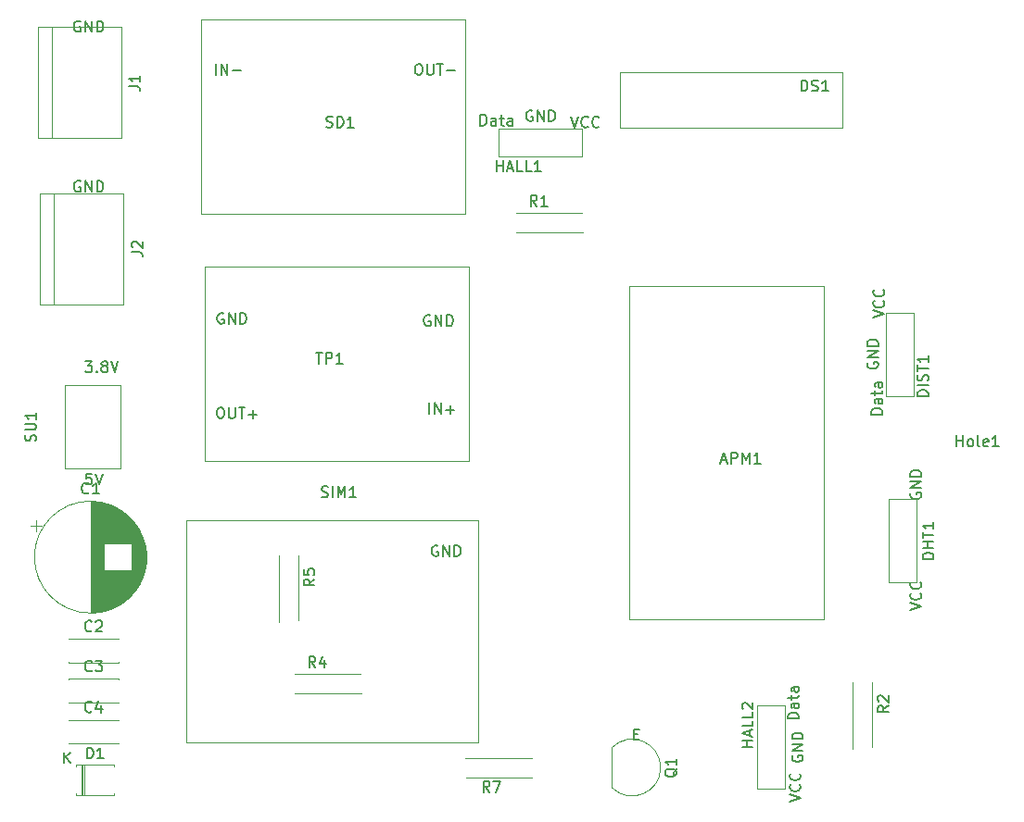
<source format=gbr>
G04 #@! TF.GenerationSoftware,KiCad,Pcbnew,(5.1.4)-1*
G04 #@! TF.CreationDate,2020-04-02T17:49:22-05:00*
G04 #@! TF.ProjectId,DoubLayerSim,446f7562-4c61-4796-9572-53696d2e6b69,rev?*
G04 #@! TF.SameCoordinates,Original*
G04 #@! TF.FileFunction,Legend,Top*
G04 #@! TF.FilePolarity,Positive*
%FSLAX46Y46*%
G04 Gerber Fmt 4.6, Leading zero omitted, Abs format (unit mm)*
G04 Created by KiCad (PCBNEW (5.1.4)-1) date 2020-04-02 17:49:22*
%MOMM*%
%LPD*%
G04 APERTURE LIST*
%ADD10C,0.150000*%
%ADD11C,0.120000*%
G04 APERTURE END LIST*
D10*
X186320180Y-118554333D02*
X187320180Y-118221000D01*
X186320180Y-117887666D01*
X187224942Y-116982904D02*
X187272561Y-117030523D01*
X187320180Y-117173380D01*
X187320180Y-117268619D01*
X187272561Y-117411476D01*
X187177323Y-117506714D01*
X187082085Y-117554333D01*
X186891609Y-117601952D01*
X186748752Y-117601952D01*
X186558276Y-117554333D01*
X186463038Y-117506714D01*
X186367800Y-117411476D01*
X186320180Y-117268619D01*
X186320180Y-117173380D01*
X186367800Y-117030523D01*
X186415419Y-116982904D01*
X187224942Y-115982904D02*
X187272561Y-116030523D01*
X187320180Y-116173380D01*
X187320180Y-116268619D01*
X187272561Y-116411476D01*
X187177323Y-116506714D01*
X187082085Y-116554333D01*
X186891609Y-116601952D01*
X186748752Y-116601952D01*
X186558276Y-116554333D01*
X186463038Y-116506714D01*
X186367800Y-116411476D01*
X186320180Y-116268619D01*
X186320180Y-116173380D01*
X186367800Y-116030523D01*
X186415419Y-115982904D01*
X193965580Y-74307533D02*
X194965580Y-73974200D01*
X193965580Y-73640866D01*
X194870342Y-72736104D02*
X194917961Y-72783723D01*
X194965580Y-72926580D01*
X194965580Y-73021819D01*
X194917961Y-73164676D01*
X194822723Y-73259914D01*
X194727485Y-73307533D01*
X194537009Y-73355152D01*
X194394152Y-73355152D01*
X194203676Y-73307533D01*
X194108438Y-73259914D01*
X194013200Y-73164676D01*
X193965580Y-73021819D01*
X193965580Y-72926580D01*
X194013200Y-72783723D01*
X194060819Y-72736104D01*
X194870342Y-71736104D02*
X194917961Y-71783723D01*
X194965580Y-71926580D01*
X194965580Y-72021819D01*
X194917961Y-72164676D01*
X194822723Y-72259914D01*
X194727485Y-72307533D01*
X194537009Y-72355152D01*
X194394152Y-72355152D01*
X194203676Y-72307533D01*
X194108438Y-72259914D01*
X194013200Y-72164676D01*
X193965580Y-72021819D01*
X193965580Y-71926580D01*
X194013200Y-71783723D01*
X194060819Y-71736104D01*
X166332066Y-55891180D02*
X166665400Y-56891180D01*
X166998733Y-55891180D01*
X167903495Y-56795942D02*
X167855876Y-56843561D01*
X167713019Y-56891180D01*
X167617780Y-56891180D01*
X167474923Y-56843561D01*
X167379685Y-56748323D01*
X167332066Y-56653085D01*
X167284447Y-56462609D01*
X167284447Y-56319752D01*
X167332066Y-56129276D01*
X167379685Y-56034038D01*
X167474923Y-55938800D01*
X167617780Y-55891180D01*
X167713019Y-55891180D01*
X167855876Y-55938800D01*
X167903495Y-55986419D01*
X168903495Y-56795942D02*
X168855876Y-56843561D01*
X168713019Y-56891180D01*
X168617780Y-56891180D01*
X168474923Y-56843561D01*
X168379685Y-56748323D01*
X168332066Y-56653085D01*
X168284447Y-56462609D01*
X168284447Y-56319752D01*
X168332066Y-56129276D01*
X168379685Y-56034038D01*
X168474923Y-55938800D01*
X168617780Y-55891180D01*
X168713019Y-55891180D01*
X168855876Y-55938800D01*
X168903495Y-55986419D01*
X172124714Y-112399771D02*
X172458047Y-112399771D01*
X172600904Y-112923580D02*
X172124714Y-112923580D01*
X172124714Y-111923580D01*
X172600904Y-111923580D01*
X153390742Y-83103980D02*
X153390742Y-82103980D01*
X153866933Y-83103980D02*
X153866933Y-82103980D01*
X154438361Y-83103980D01*
X154438361Y-82103980D01*
X154914552Y-82723028D02*
X155676457Y-82723028D01*
X155295504Y-83103980D02*
X155295504Y-82342076D01*
X134220152Y-82510380D02*
X134410628Y-82510380D01*
X134505866Y-82558000D01*
X134601104Y-82653238D01*
X134648723Y-82843714D01*
X134648723Y-83177047D01*
X134601104Y-83367523D01*
X134505866Y-83462761D01*
X134410628Y-83510380D01*
X134220152Y-83510380D01*
X134124914Y-83462761D01*
X134029676Y-83367523D01*
X133982057Y-83177047D01*
X133982057Y-82843714D01*
X134029676Y-82653238D01*
X134124914Y-82558000D01*
X134220152Y-82510380D01*
X135077295Y-82510380D02*
X135077295Y-83319904D01*
X135124914Y-83415142D01*
X135172533Y-83462761D01*
X135267771Y-83510380D01*
X135458247Y-83510380D01*
X135553485Y-83462761D01*
X135601104Y-83415142D01*
X135648723Y-83319904D01*
X135648723Y-82510380D01*
X135982057Y-82510380D02*
X136553485Y-82510380D01*
X136267771Y-83510380D02*
X136267771Y-82510380D01*
X136886819Y-83129428D02*
X137648723Y-83129428D01*
X137267771Y-83510380D02*
X137267771Y-82748476D01*
X154178095Y-95156400D02*
X154082857Y-95108780D01*
X153940000Y-95108780D01*
X153797142Y-95156400D01*
X153701904Y-95251638D01*
X153654285Y-95346876D01*
X153606666Y-95537352D01*
X153606666Y-95680209D01*
X153654285Y-95870685D01*
X153701904Y-95965923D01*
X153797142Y-96061161D01*
X153940000Y-96108780D01*
X154035238Y-96108780D01*
X154178095Y-96061161D01*
X154225714Y-96013542D01*
X154225714Y-95680209D01*
X154035238Y-95680209D01*
X154654285Y-96108780D02*
X154654285Y-95108780D01*
X155225714Y-96108780D01*
X155225714Y-95108780D01*
X155701904Y-96108780D02*
X155701904Y-95108780D01*
X155940000Y-95108780D01*
X156082857Y-95156400D01*
X156178095Y-95251638D01*
X156225714Y-95346876D01*
X156273333Y-95537352D01*
X156273333Y-95680209D01*
X156225714Y-95870685D01*
X156178095Y-95965923D01*
X156082857Y-96061161D01*
X155940000Y-96108780D01*
X155701904Y-96108780D01*
X121967809Y-78281780D02*
X122586857Y-78281780D01*
X122253523Y-78662733D01*
X122396380Y-78662733D01*
X122491619Y-78710352D01*
X122539238Y-78757971D01*
X122586857Y-78853209D01*
X122586857Y-79091304D01*
X122539238Y-79186542D01*
X122491619Y-79234161D01*
X122396380Y-79281780D01*
X122110666Y-79281780D01*
X122015428Y-79234161D01*
X121967809Y-79186542D01*
X123015428Y-79186542D02*
X123063047Y-79234161D01*
X123015428Y-79281780D01*
X122967809Y-79234161D01*
X123015428Y-79186542D01*
X123015428Y-79281780D01*
X123634476Y-78710352D02*
X123539238Y-78662733D01*
X123491619Y-78615114D01*
X123444000Y-78519876D01*
X123444000Y-78472257D01*
X123491619Y-78377019D01*
X123539238Y-78329400D01*
X123634476Y-78281780D01*
X123824952Y-78281780D01*
X123920190Y-78329400D01*
X123967809Y-78377019D01*
X124015428Y-78472257D01*
X124015428Y-78519876D01*
X123967809Y-78615114D01*
X123920190Y-78662733D01*
X123824952Y-78710352D01*
X123634476Y-78710352D01*
X123539238Y-78757971D01*
X123491619Y-78805590D01*
X123444000Y-78900828D01*
X123444000Y-79091304D01*
X123491619Y-79186542D01*
X123539238Y-79234161D01*
X123634476Y-79281780D01*
X123824952Y-79281780D01*
X123920190Y-79234161D01*
X123967809Y-79186542D01*
X124015428Y-79091304D01*
X124015428Y-78900828D01*
X123967809Y-78805590D01*
X123920190Y-78757971D01*
X123824952Y-78710352D01*
X124301142Y-78281780D02*
X124634476Y-79281780D01*
X124967809Y-78281780D01*
X122542323Y-88555580D02*
X122066133Y-88555580D01*
X122018514Y-89031771D01*
X122066133Y-88984152D01*
X122161371Y-88936533D01*
X122399466Y-88936533D01*
X122494704Y-88984152D01*
X122542323Y-89031771D01*
X122589942Y-89127009D01*
X122589942Y-89365104D01*
X122542323Y-89460342D01*
X122494704Y-89507961D01*
X122399466Y-89555580D01*
X122161371Y-89555580D01*
X122066133Y-89507961D01*
X122018514Y-89460342D01*
X122875657Y-88555580D02*
X123208990Y-89555580D01*
X123542323Y-88555580D01*
X153466895Y-74099800D02*
X153371657Y-74052180D01*
X153228800Y-74052180D01*
X153085942Y-74099800D01*
X152990704Y-74195038D01*
X152943085Y-74290276D01*
X152895466Y-74480752D01*
X152895466Y-74623609D01*
X152943085Y-74814085D01*
X152990704Y-74909323D01*
X153085942Y-75004561D01*
X153228800Y-75052180D01*
X153324038Y-75052180D01*
X153466895Y-75004561D01*
X153514514Y-74956942D01*
X153514514Y-74623609D01*
X153324038Y-74623609D01*
X153943085Y-75052180D02*
X153943085Y-74052180D01*
X154514514Y-75052180D01*
X154514514Y-74052180D01*
X154990704Y-75052180D02*
X154990704Y-74052180D01*
X155228800Y-74052180D01*
X155371657Y-74099800D01*
X155466895Y-74195038D01*
X155514514Y-74290276D01*
X155562133Y-74480752D01*
X155562133Y-74623609D01*
X155514514Y-74814085D01*
X155466895Y-74909323D01*
X155371657Y-75004561D01*
X155228800Y-75052180D01*
X154990704Y-75052180D01*
X134594695Y-73922000D02*
X134499457Y-73874380D01*
X134356600Y-73874380D01*
X134213742Y-73922000D01*
X134118504Y-74017238D01*
X134070885Y-74112476D01*
X134023266Y-74302952D01*
X134023266Y-74445809D01*
X134070885Y-74636285D01*
X134118504Y-74731523D01*
X134213742Y-74826761D01*
X134356600Y-74874380D01*
X134451838Y-74874380D01*
X134594695Y-74826761D01*
X134642314Y-74779142D01*
X134642314Y-74445809D01*
X134451838Y-74445809D01*
X135070885Y-74874380D02*
X135070885Y-73874380D01*
X135642314Y-74874380D01*
X135642314Y-73874380D01*
X136118504Y-74874380D02*
X136118504Y-73874380D01*
X136356600Y-73874380D01*
X136499457Y-73922000D01*
X136594695Y-74017238D01*
X136642314Y-74112476D01*
X136689933Y-74302952D01*
X136689933Y-74445809D01*
X136642314Y-74636285D01*
X136594695Y-74731523D01*
X136499457Y-74826761D01*
X136356600Y-74874380D01*
X136118504Y-74874380D01*
X152330352Y-51090580D02*
X152520828Y-51090580D01*
X152616066Y-51138200D01*
X152711304Y-51233438D01*
X152758923Y-51423914D01*
X152758923Y-51757247D01*
X152711304Y-51947723D01*
X152616066Y-52042961D01*
X152520828Y-52090580D01*
X152330352Y-52090580D01*
X152235114Y-52042961D01*
X152139876Y-51947723D01*
X152092257Y-51757247D01*
X152092257Y-51423914D01*
X152139876Y-51233438D01*
X152235114Y-51138200D01*
X152330352Y-51090580D01*
X153187495Y-51090580D02*
X153187495Y-51900104D01*
X153235114Y-51995342D01*
X153282733Y-52042961D01*
X153377971Y-52090580D01*
X153568447Y-52090580D01*
X153663685Y-52042961D01*
X153711304Y-51995342D01*
X153758923Y-51900104D01*
X153758923Y-51090580D01*
X154092257Y-51090580D02*
X154663685Y-51090580D01*
X154377971Y-52090580D02*
X154377971Y-51090580D01*
X154997019Y-51709628D02*
X155758923Y-51709628D01*
X133908942Y-52090580D02*
X133908942Y-51090580D01*
X134385133Y-52090580D02*
X134385133Y-51090580D01*
X134956561Y-52090580D01*
X134956561Y-51090580D01*
X135432752Y-51709628D02*
X136194657Y-51709628D01*
X121513695Y-47201200D02*
X121418457Y-47153580D01*
X121275600Y-47153580D01*
X121132742Y-47201200D01*
X121037504Y-47296438D01*
X120989885Y-47391676D01*
X120942266Y-47582152D01*
X120942266Y-47725009D01*
X120989885Y-47915485D01*
X121037504Y-48010723D01*
X121132742Y-48105961D01*
X121275600Y-48153580D01*
X121370838Y-48153580D01*
X121513695Y-48105961D01*
X121561314Y-48058342D01*
X121561314Y-47725009D01*
X121370838Y-47725009D01*
X121989885Y-48153580D02*
X121989885Y-47153580D01*
X122561314Y-48153580D01*
X122561314Y-47153580D01*
X123037504Y-48153580D02*
X123037504Y-47153580D01*
X123275600Y-47153580D01*
X123418457Y-47201200D01*
X123513695Y-47296438D01*
X123561314Y-47391676D01*
X123608933Y-47582152D01*
X123608933Y-47725009D01*
X123561314Y-47915485D01*
X123513695Y-48010723D01*
X123418457Y-48105961D01*
X123275600Y-48153580D01*
X123037504Y-48153580D01*
X121513695Y-61831600D02*
X121418457Y-61783980D01*
X121275600Y-61783980D01*
X121132742Y-61831600D01*
X121037504Y-61926838D01*
X120989885Y-62022076D01*
X120942266Y-62212552D01*
X120942266Y-62355409D01*
X120989885Y-62545885D01*
X121037504Y-62641123D01*
X121132742Y-62736361D01*
X121275600Y-62783980D01*
X121370838Y-62783980D01*
X121513695Y-62736361D01*
X121561314Y-62688742D01*
X121561314Y-62355409D01*
X121370838Y-62355409D01*
X121989885Y-62783980D02*
X121989885Y-61783980D01*
X122561314Y-62783980D01*
X122561314Y-61783980D01*
X123037504Y-62783980D02*
X123037504Y-61783980D01*
X123275600Y-61783980D01*
X123418457Y-61831600D01*
X123513695Y-61926838D01*
X123561314Y-62022076D01*
X123608933Y-62212552D01*
X123608933Y-62355409D01*
X123561314Y-62545885D01*
X123513695Y-62641123D01*
X123418457Y-62736361D01*
X123275600Y-62783980D01*
X123037504Y-62783980D01*
D11*
X170082600Y-113643000D02*
X170082600Y-117243000D01*
X170094122Y-113604522D02*
G75*
G02X174532600Y-115443000I1838478J-1838478D01*
G01*
X170094122Y-117281478D02*
G75*
G03X174532600Y-115443000I1838478J1838478D01*
G01*
X161366200Y-66446400D02*
X167462200Y-66446400D01*
X161366200Y-64668400D02*
X167335200Y-64668400D01*
X139649200Y-96012000D02*
X139649200Y-102108000D01*
X141427200Y-96012000D02*
X141427200Y-101981000D01*
X141122400Y-108635800D02*
X147218400Y-108635800D01*
X141122400Y-106857800D02*
X147091400Y-106857800D01*
X192100200Y-107594400D02*
X192100200Y-113690400D01*
X193878200Y-107594400D02*
X193878200Y-113563400D01*
X171704000Y-101904800D02*
X171704000Y-71424800D01*
X189484000Y-101904800D02*
X171704000Y-101904800D01*
X189484000Y-71424800D02*
X189484000Y-101904800D01*
X171704000Y-71424800D02*
X189484000Y-71424800D01*
X197891400Y-98450400D02*
X195351400Y-98450400D01*
X197891400Y-90830400D02*
X197891400Y-98450400D01*
X195351400Y-90830400D02*
X197891400Y-90830400D01*
X195351400Y-98450400D02*
X195351400Y-90830400D01*
X197637400Y-73812400D02*
X197637400Y-81432400D01*
X195097400Y-81432400D02*
X195097400Y-73812400D01*
X197637400Y-81432400D02*
X195097400Y-81432400D01*
X195097400Y-73812400D02*
X197637400Y-73812400D01*
X170815000Y-56921400D02*
X170815000Y-51841400D01*
X191135000Y-56921400D02*
X170815000Y-56921400D01*
X191135000Y-51841400D02*
X191135000Y-56921400D01*
X170815000Y-51841400D02*
X191135000Y-51841400D01*
X167386000Y-57023000D02*
X167386000Y-59563000D01*
X159766000Y-59563000D02*
X159766000Y-57023000D01*
X159766000Y-57023000D02*
X167386000Y-57023000D01*
X167386000Y-59563000D02*
X159766000Y-59563000D01*
X183388000Y-117398800D02*
X183388000Y-109778800D01*
X185928000Y-109778800D02*
X185928000Y-117398800D01*
X183388000Y-109778800D02*
X185928000Y-109778800D01*
X185928000Y-117398800D02*
X183388000Y-117398800D01*
X118897400Y-57886600D02*
X118897400Y-47726600D01*
X117627400Y-57886600D02*
X125247400Y-57886600D01*
X125247400Y-57886600D02*
X125247400Y-47726600D01*
X125247400Y-47726600D02*
X117627400Y-47726600D01*
X117627400Y-47726600D02*
X117627400Y-57886600D01*
X117856000Y-62890400D02*
X117856000Y-73050400D01*
X125476000Y-62890400D02*
X117856000Y-62890400D01*
X125476000Y-73050400D02*
X125476000Y-62890400D01*
X117856000Y-73050400D02*
X125476000Y-73050400D01*
X119126000Y-73050400D02*
X119126000Y-62890400D01*
X132537200Y-47040800D02*
X156667200Y-47040800D01*
X156667200Y-47040800D02*
X156667200Y-64820800D01*
X156667200Y-64820800D02*
X132537200Y-64820800D01*
X132537200Y-64820800D02*
X132537200Y-47040800D01*
X157835600Y-92811600D02*
X157835600Y-113131600D01*
X131165600Y-92811600D02*
X157835600Y-92811600D01*
X131165600Y-113131600D02*
X131165600Y-92811600D01*
X157835600Y-113131600D02*
X131165600Y-113131600D01*
X120065800Y-80467200D02*
X125145800Y-80467200D01*
X120065800Y-88087200D02*
X120065800Y-80467200D01*
X125145800Y-88087200D02*
X120065800Y-88087200D01*
X125145800Y-80467200D02*
X125145800Y-88087200D01*
X156997400Y-69646800D02*
X156997400Y-87426800D01*
X132867400Y-69646800D02*
X156997400Y-69646800D01*
X132867400Y-87426800D02*
X132867400Y-69646800D01*
X156997400Y-87426800D02*
X132867400Y-87426800D01*
X127558800Y-96189800D02*
G75*
G03X127558800Y-96189800I-5120000J0D01*
G01*
X122438800Y-91109800D02*
X122438800Y-101269800D01*
X122478800Y-91109800D02*
X122478800Y-101269800D01*
X122518800Y-91109800D02*
X122518800Y-101269800D01*
X122558800Y-91110800D02*
X122558800Y-101268800D01*
X122598800Y-91111800D02*
X122598800Y-101267800D01*
X122638800Y-91112800D02*
X122638800Y-101266800D01*
X122678800Y-91114800D02*
X122678800Y-101264800D01*
X122718800Y-91116800D02*
X122718800Y-101262800D01*
X122758800Y-91119800D02*
X122758800Y-101259800D01*
X122798800Y-91121800D02*
X122798800Y-101257800D01*
X122838800Y-91124800D02*
X122838800Y-101254800D01*
X122878800Y-91127800D02*
X122878800Y-101251800D01*
X122918800Y-91131800D02*
X122918800Y-101247800D01*
X122958800Y-91135800D02*
X122958800Y-101243800D01*
X122998800Y-91139800D02*
X122998800Y-101239800D01*
X123038800Y-91144800D02*
X123038800Y-101234800D01*
X123078800Y-91149800D02*
X123078800Y-101229800D01*
X123118800Y-91154800D02*
X123118800Y-101224800D01*
X123159800Y-91159800D02*
X123159800Y-101219800D01*
X123199800Y-91165800D02*
X123199800Y-101213800D01*
X123239800Y-91171800D02*
X123239800Y-101207800D01*
X123279800Y-91178800D02*
X123279800Y-101200800D01*
X123319800Y-91185800D02*
X123319800Y-101193800D01*
X123359800Y-91192800D02*
X123359800Y-101186800D01*
X123399800Y-91199800D02*
X123399800Y-101179800D01*
X123439800Y-91207800D02*
X123439800Y-101171800D01*
X123479800Y-91215800D02*
X123479800Y-101163800D01*
X123519800Y-91224800D02*
X123519800Y-101154800D01*
X123559800Y-91233800D02*
X123559800Y-101145800D01*
X123599800Y-91242800D02*
X123599800Y-101136800D01*
X123639800Y-91251800D02*
X123639800Y-101127800D01*
X123679800Y-91261800D02*
X123679800Y-101117800D01*
X123719800Y-91271800D02*
X123719800Y-94948800D01*
X123719800Y-97430800D02*
X123719800Y-101107800D01*
X123759800Y-91282800D02*
X123759800Y-94948800D01*
X123759800Y-97430800D02*
X123759800Y-101096800D01*
X123799800Y-91292800D02*
X123799800Y-94948800D01*
X123799800Y-97430800D02*
X123799800Y-101086800D01*
X123839800Y-91304800D02*
X123839800Y-94948800D01*
X123839800Y-97430800D02*
X123839800Y-101074800D01*
X123879800Y-91315800D02*
X123879800Y-94948800D01*
X123879800Y-97430800D02*
X123879800Y-101063800D01*
X123919800Y-91327800D02*
X123919800Y-94948800D01*
X123919800Y-97430800D02*
X123919800Y-101051800D01*
X123959800Y-91339800D02*
X123959800Y-94948800D01*
X123959800Y-97430800D02*
X123959800Y-101039800D01*
X123999800Y-91352800D02*
X123999800Y-94948800D01*
X123999800Y-97430800D02*
X123999800Y-101026800D01*
X124039800Y-91365800D02*
X124039800Y-94948800D01*
X124039800Y-97430800D02*
X124039800Y-101013800D01*
X124079800Y-91378800D02*
X124079800Y-94948800D01*
X124079800Y-97430800D02*
X124079800Y-101000800D01*
X124119800Y-91392800D02*
X124119800Y-94948800D01*
X124119800Y-97430800D02*
X124119800Y-100986800D01*
X124159800Y-91406800D02*
X124159800Y-94948800D01*
X124159800Y-97430800D02*
X124159800Y-100972800D01*
X124199800Y-91421800D02*
X124199800Y-94948800D01*
X124199800Y-97430800D02*
X124199800Y-100957800D01*
X124239800Y-91435800D02*
X124239800Y-94948800D01*
X124239800Y-97430800D02*
X124239800Y-100943800D01*
X124279800Y-91451800D02*
X124279800Y-94948800D01*
X124279800Y-97430800D02*
X124279800Y-100927800D01*
X124319800Y-91466800D02*
X124319800Y-94948800D01*
X124319800Y-97430800D02*
X124319800Y-100912800D01*
X124359800Y-91482800D02*
X124359800Y-94948800D01*
X124359800Y-97430800D02*
X124359800Y-100896800D01*
X124399800Y-91499800D02*
X124399800Y-94948800D01*
X124399800Y-97430800D02*
X124399800Y-100879800D01*
X124439800Y-91515800D02*
X124439800Y-94948800D01*
X124439800Y-97430800D02*
X124439800Y-100863800D01*
X124479800Y-91532800D02*
X124479800Y-94948800D01*
X124479800Y-97430800D02*
X124479800Y-100846800D01*
X124519800Y-91550800D02*
X124519800Y-94948800D01*
X124519800Y-97430800D02*
X124519800Y-100828800D01*
X124559800Y-91568800D02*
X124559800Y-94948800D01*
X124559800Y-97430800D02*
X124559800Y-100810800D01*
X124599800Y-91586800D02*
X124599800Y-94948800D01*
X124599800Y-97430800D02*
X124599800Y-100792800D01*
X124639800Y-91605800D02*
X124639800Y-94948800D01*
X124639800Y-97430800D02*
X124639800Y-100773800D01*
X124679800Y-91625800D02*
X124679800Y-94948800D01*
X124679800Y-97430800D02*
X124679800Y-100753800D01*
X124719800Y-91644800D02*
X124719800Y-94948800D01*
X124719800Y-97430800D02*
X124719800Y-100734800D01*
X124759800Y-91664800D02*
X124759800Y-94948800D01*
X124759800Y-97430800D02*
X124759800Y-100714800D01*
X124799800Y-91685800D02*
X124799800Y-94948800D01*
X124799800Y-97430800D02*
X124799800Y-100693800D01*
X124839800Y-91706800D02*
X124839800Y-94948800D01*
X124839800Y-97430800D02*
X124839800Y-100672800D01*
X124879800Y-91727800D02*
X124879800Y-94948800D01*
X124879800Y-97430800D02*
X124879800Y-100651800D01*
X124919800Y-91749800D02*
X124919800Y-94948800D01*
X124919800Y-97430800D02*
X124919800Y-100629800D01*
X124959800Y-91772800D02*
X124959800Y-94948800D01*
X124959800Y-97430800D02*
X124959800Y-100606800D01*
X124999800Y-91794800D02*
X124999800Y-94948800D01*
X124999800Y-97430800D02*
X124999800Y-100584800D01*
X125039800Y-91818800D02*
X125039800Y-94948800D01*
X125039800Y-97430800D02*
X125039800Y-100560800D01*
X125079800Y-91842800D02*
X125079800Y-94948800D01*
X125079800Y-97430800D02*
X125079800Y-100536800D01*
X125119800Y-91866800D02*
X125119800Y-94948800D01*
X125119800Y-97430800D02*
X125119800Y-100512800D01*
X125159800Y-91891800D02*
X125159800Y-94948800D01*
X125159800Y-97430800D02*
X125159800Y-100487800D01*
X125199800Y-91916800D02*
X125199800Y-94948800D01*
X125199800Y-97430800D02*
X125199800Y-100462800D01*
X125239800Y-91942800D02*
X125239800Y-94948800D01*
X125239800Y-97430800D02*
X125239800Y-100436800D01*
X125279800Y-91968800D02*
X125279800Y-94948800D01*
X125279800Y-97430800D02*
X125279800Y-100410800D01*
X125319800Y-91995800D02*
X125319800Y-94948800D01*
X125319800Y-97430800D02*
X125319800Y-100383800D01*
X125359800Y-92023800D02*
X125359800Y-94948800D01*
X125359800Y-97430800D02*
X125359800Y-100355800D01*
X125399800Y-92051800D02*
X125399800Y-94948800D01*
X125399800Y-97430800D02*
X125399800Y-100327800D01*
X125439800Y-92079800D02*
X125439800Y-94948800D01*
X125439800Y-97430800D02*
X125439800Y-100299800D01*
X125479800Y-92109800D02*
X125479800Y-94948800D01*
X125479800Y-97430800D02*
X125479800Y-100269800D01*
X125519800Y-92139800D02*
X125519800Y-94948800D01*
X125519800Y-97430800D02*
X125519800Y-100239800D01*
X125559800Y-92169800D02*
X125559800Y-94948800D01*
X125559800Y-97430800D02*
X125559800Y-100209800D01*
X125599800Y-92200800D02*
X125599800Y-94948800D01*
X125599800Y-97430800D02*
X125599800Y-100178800D01*
X125639800Y-92232800D02*
X125639800Y-94948800D01*
X125639800Y-97430800D02*
X125639800Y-100146800D01*
X125679800Y-92264800D02*
X125679800Y-94948800D01*
X125679800Y-97430800D02*
X125679800Y-100114800D01*
X125719800Y-92297800D02*
X125719800Y-94948800D01*
X125719800Y-97430800D02*
X125719800Y-100081800D01*
X125759800Y-92331800D02*
X125759800Y-94948800D01*
X125759800Y-97430800D02*
X125759800Y-100047800D01*
X125799800Y-92365800D02*
X125799800Y-94948800D01*
X125799800Y-97430800D02*
X125799800Y-100013800D01*
X125839800Y-92400800D02*
X125839800Y-94948800D01*
X125839800Y-97430800D02*
X125839800Y-99978800D01*
X125879800Y-92436800D02*
X125879800Y-94948800D01*
X125879800Y-97430800D02*
X125879800Y-99942800D01*
X125919800Y-92473800D02*
X125919800Y-94948800D01*
X125919800Y-97430800D02*
X125919800Y-99905800D01*
X125959800Y-92510800D02*
X125959800Y-94948800D01*
X125959800Y-97430800D02*
X125959800Y-99868800D01*
X125999800Y-92549800D02*
X125999800Y-94948800D01*
X125999800Y-97430800D02*
X125999800Y-99829800D01*
X126039800Y-92588800D02*
X126039800Y-94948800D01*
X126039800Y-97430800D02*
X126039800Y-99790800D01*
X126079800Y-92628800D02*
X126079800Y-94948800D01*
X126079800Y-97430800D02*
X126079800Y-99750800D01*
X126119800Y-92669800D02*
X126119800Y-94948800D01*
X126119800Y-97430800D02*
X126119800Y-99709800D01*
X126159800Y-92711800D02*
X126159800Y-94948800D01*
X126159800Y-97430800D02*
X126159800Y-99667800D01*
X126199800Y-92753800D02*
X126199800Y-99625800D01*
X126239800Y-92797800D02*
X126239800Y-99581800D01*
X126279800Y-92842800D02*
X126279800Y-99536800D01*
X126319800Y-92888800D02*
X126319800Y-99490800D01*
X126359800Y-92935800D02*
X126359800Y-99443800D01*
X126399800Y-92983800D02*
X126399800Y-99395800D01*
X126439800Y-93033800D02*
X126439800Y-99345800D01*
X126479800Y-93083800D02*
X126479800Y-99295800D01*
X126519800Y-93135800D02*
X126519800Y-99243800D01*
X126559800Y-93189800D02*
X126559800Y-99189800D01*
X126599800Y-93244800D02*
X126599800Y-99134800D01*
X126639800Y-93300800D02*
X126639800Y-99078800D01*
X126679800Y-93359800D02*
X126679800Y-99019800D01*
X126719800Y-93419800D02*
X126719800Y-98959800D01*
X126759800Y-93480800D02*
X126759800Y-98898800D01*
X126799800Y-93544800D02*
X126799800Y-98834800D01*
X126839800Y-93610800D02*
X126839800Y-98768800D01*
X126879800Y-93679800D02*
X126879800Y-98699800D01*
X126919800Y-93750800D02*
X126919800Y-98628800D01*
X126959800Y-93824800D02*
X126959800Y-98554800D01*
X126999800Y-93900800D02*
X126999800Y-98478800D01*
X127039800Y-93980800D02*
X127039800Y-98398800D01*
X127079800Y-94064800D02*
X127079800Y-98314800D01*
X127119800Y-94152800D02*
X127119800Y-98226800D01*
X127159800Y-94245800D02*
X127159800Y-98133800D01*
X127199800Y-94343800D02*
X127199800Y-98035800D01*
X127239800Y-94447800D02*
X127239800Y-97931800D01*
X127279800Y-94559800D02*
X127279800Y-97819800D01*
X127319800Y-94679800D02*
X127319800Y-97699800D01*
X127359800Y-94811800D02*
X127359800Y-97567800D01*
X127399800Y-94959800D02*
X127399800Y-97419800D01*
X127439800Y-95127800D02*
X127439800Y-97251800D01*
X127479800Y-95327800D02*
X127479800Y-97051800D01*
X127519800Y-95590800D02*
X127519800Y-96788800D01*
X116959154Y-93314800D02*
X117959154Y-93314800D01*
X117459154Y-92814800D02*
X117459154Y-93814800D01*
X120448200Y-103679600D02*
X124988200Y-103679600D01*
X120448200Y-105819600D02*
X124988200Y-105819600D01*
X120448200Y-103679600D02*
X120448200Y-103694600D01*
X120448200Y-105804600D02*
X120448200Y-105819600D01*
X124988200Y-103679600D02*
X124988200Y-103694600D01*
X124988200Y-105804600D02*
X124988200Y-105819600D01*
X125013600Y-109462200D02*
X125013600Y-109477200D01*
X125013600Y-107337200D02*
X125013600Y-107352200D01*
X120473600Y-109462200D02*
X120473600Y-109477200D01*
X120473600Y-107337200D02*
X120473600Y-107352200D01*
X120473600Y-109477200D02*
X125013600Y-109477200D01*
X120473600Y-107337200D02*
X125013600Y-107337200D01*
X120448200Y-111071000D02*
X124988200Y-111071000D01*
X120448200Y-113211000D02*
X124988200Y-113211000D01*
X120448200Y-111071000D02*
X120448200Y-111086000D01*
X120448200Y-113196000D02*
X120448200Y-113211000D01*
X124988200Y-111071000D02*
X124988200Y-111086000D01*
X124988200Y-113196000D02*
X124988200Y-113211000D01*
X121139800Y-115346000D02*
X121139800Y-115166000D01*
X121139800Y-115166000D02*
X124579800Y-115166000D01*
X124579800Y-115166000D02*
X124579800Y-115346000D01*
X121139800Y-117826000D02*
X121139800Y-118006000D01*
X121139800Y-118006000D02*
X124579800Y-118006000D01*
X124579800Y-118006000D02*
X124579800Y-117826000D01*
X121739800Y-115166000D02*
X121739800Y-118006000D01*
X121859800Y-115166000D02*
X121859800Y-118006000D01*
X121619800Y-115166000D02*
X121619800Y-118006000D01*
X162763200Y-116332000D02*
X156794200Y-116332000D01*
X162763200Y-114554000D02*
X156667200Y-114554000D01*
D10*
X176040219Y-115538238D02*
X175992600Y-115633476D01*
X175897361Y-115728714D01*
X175754504Y-115871571D01*
X175706885Y-115966809D01*
X175706885Y-116062047D01*
X175944980Y-116014428D02*
X175897361Y-116109666D01*
X175802123Y-116204904D01*
X175611647Y-116252523D01*
X175278314Y-116252523D01*
X175087838Y-116204904D01*
X174992600Y-116109666D01*
X174944980Y-116014428D01*
X174944980Y-115823952D01*
X174992600Y-115728714D01*
X175087838Y-115633476D01*
X175278314Y-115585857D01*
X175611647Y-115585857D01*
X175802123Y-115633476D01*
X175897361Y-115728714D01*
X175944980Y-115823952D01*
X175944980Y-116014428D01*
X175944980Y-114633476D02*
X175944980Y-115204904D01*
X175944980Y-114919190D02*
X174944980Y-114919190D01*
X175087838Y-115014428D01*
X175183076Y-115109666D01*
X175230695Y-115204904D01*
X163231533Y-64089780D02*
X162898200Y-63613590D01*
X162660104Y-64089780D02*
X162660104Y-63089780D01*
X163041057Y-63089780D01*
X163136295Y-63137400D01*
X163183914Y-63185019D01*
X163231533Y-63280257D01*
X163231533Y-63423114D01*
X163183914Y-63518352D01*
X163136295Y-63565971D01*
X163041057Y-63613590D01*
X162660104Y-63613590D01*
X164183914Y-64089780D02*
X163612485Y-64089780D01*
X163898200Y-64089780D02*
X163898200Y-63089780D01*
X163802961Y-63232638D01*
X163707723Y-63327876D01*
X163612485Y-63375495D01*
X142910580Y-98210666D02*
X142434390Y-98544000D01*
X142910580Y-98782095D02*
X141910580Y-98782095D01*
X141910580Y-98401142D01*
X141958200Y-98305904D01*
X142005819Y-98258285D01*
X142101057Y-98210666D01*
X142243914Y-98210666D01*
X142339152Y-98258285D01*
X142386771Y-98305904D01*
X142434390Y-98401142D01*
X142434390Y-98782095D01*
X141910580Y-97305904D02*
X141910580Y-97782095D01*
X142386771Y-97829714D01*
X142339152Y-97782095D01*
X142291533Y-97686857D01*
X142291533Y-97448761D01*
X142339152Y-97353523D01*
X142386771Y-97305904D01*
X142482009Y-97258285D01*
X142720104Y-97258285D01*
X142815342Y-97305904D01*
X142862961Y-97353523D01*
X142910580Y-97448761D01*
X142910580Y-97686857D01*
X142862961Y-97782095D01*
X142815342Y-97829714D01*
X142987733Y-106279180D02*
X142654400Y-105802990D01*
X142416304Y-106279180D02*
X142416304Y-105279180D01*
X142797257Y-105279180D01*
X142892495Y-105326800D01*
X142940114Y-105374419D01*
X142987733Y-105469657D01*
X142987733Y-105612514D01*
X142940114Y-105707752D01*
X142892495Y-105755371D01*
X142797257Y-105802990D01*
X142416304Y-105802990D01*
X143844876Y-105612514D02*
X143844876Y-106279180D01*
X143606780Y-105231561D02*
X143368685Y-105945847D01*
X143987733Y-105945847D01*
X195361580Y-109793066D02*
X194885390Y-110126400D01*
X195361580Y-110364495D02*
X194361580Y-110364495D01*
X194361580Y-109983542D01*
X194409200Y-109888304D01*
X194456819Y-109840685D01*
X194552057Y-109793066D01*
X194694914Y-109793066D01*
X194790152Y-109840685D01*
X194837771Y-109888304D01*
X194885390Y-109983542D01*
X194885390Y-110364495D01*
X194456819Y-109412114D02*
X194409200Y-109364495D01*
X194361580Y-109269257D01*
X194361580Y-109031161D01*
X194409200Y-108935923D01*
X194456819Y-108888304D01*
X194552057Y-108840685D01*
X194647295Y-108840685D01*
X194790152Y-108888304D01*
X195361580Y-109459733D01*
X195361580Y-108840685D01*
X180078285Y-87331466D02*
X180554476Y-87331466D01*
X179983047Y-87617180D02*
X180316380Y-86617180D01*
X180649714Y-87617180D01*
X180983047Y-87617180D02*
X180983047Y-86617180D01*
X181364000Y-86617180D01*
X181459238Y-86664800D01*
X181506857Y-86712419D01*
X181554476Y-86807657D01*
X181554476Y-86950514D01*
X181506857Y-87045752D01*
X181459238Y-87093371D01*
X181364000Y-87140990D01*
X180983047Y-87140990D01*
X181983047Y-87617180D02*
X181983047Y-86617180D01*
X182316380Y-87331466D01*
X182649714Y-86617180D01*
X182649714Y-87617180D01*
X183649714Y-87617180D02*
X183078285Y-87617180D01*
X183364000Y-87617180D02*
X183364000Y-86617180D01*
X183268761Y-86760038D01*
X183173523Y-86855276D01*
X183078285Y-86902895D01*
X199472779Y-96361658D02*
X198472779Y-96361658D01*
X198472779Y-96123562D01*
X198520399Y-95980705D01*
X198615637Y-95885467D01*
X198710875Y-95837848D01*
X198901351Y-95790229D01*
X199044208Y-95790229D01*
X199234684Y-95837848D01*
X199329922Y-95885467D01*
X199425160Y-95980705D01*
X199472779Y-96123562D01*
X199472779Y-96361658D01*
X199472779Y-95361658D02*
X198472779Y-95361658D01*
X198948970Y-95361658D02*
X198948970Y-94790229D01*
X199472779Y-94790229D02*
X198472779Y-94790229D01*
X198472779Y-94456896D02*
X198472779Y-93885467D01*
X199472779Y-94171181D02*
X198472779Y-94171181D01*
X199472779Y-93028324D02*
X199472779Y-93599753D01*
X199472779Y-93314039D02*
X198472779Y-93314039D01*
X198615637Y-93409277D01*
X198710875Y-93504515D01*
X198758494Y-93599753D01*
X197343780Y-101053733D02*
X198343780Y-100720400D01*
X197343780Y-100387066D01*
X198248542Y-99482304D02*
X198296161Y-99529923D01*
X198343780Y-99672780D01*
X198343780Y-99768019D01*
X198296161Y-99910876D01*
X198200923Y-100006114D01*
X198105685Y-100053733D01*
X197915209Y-100101352D01*
X197772352Y-100101352D01*
X197581876Y-100053733D01*
X197486638Y-100006114D01*
X197391400Y-99910876D01*
X197343780Y-99768019D01*
X197343780Y-99672780D01*
X197391400Y-99529923D01*
X197439019Y-99482304D01*
X198248542Y-98482304D02*
X198296161Y-98529923D01*
X198343780Y-98672780D01*
X198343780Y-98768019D01*
X198296161Y-98910876D01*
X198200923Y-99006114D01*
X198105685Y-99053733D01*
X197915209Y-99101352D01*
X197772352Y-99101352D01*
X197581876Y-99053733D01*
X197486638Y-99006114D01*
X197391400Y-98910876D01*
X197343780Y-98768019D01*
X197343780Y-98672780D01*
X197391400Y-98529923D01*
X197439019Y-98482304D01*
X197391400Y-90322304D02*
X197343780Y-90417542D01*
X197343780Y-90560400D01*
X197391400Y-90703257D01*
X197486638Y-90798495D01*
X197581876Y-90846114D01*
X197772352Y-90893733D01*
X197915209Y-90893733D01*
X198105685Y-90846114D01*
X198200923Y-90798495D01*
X198296161Y-90703257D01*
X198343780Y-90560400D01*
X198343780Y-90465161D01*
X198296161Y-90322304D01*
X198248542Y-90274685D01*
X197915209Y-90274685D01*
X197915209Y-90465161D01*
X198343780Y-89846114D02*
X197343780Y-89846114D01*
X198343780Y-89274685D01*
X197343780Y-89274685D01*
X198343780Y-88798495D02*
X197343780Y-88798495D01*
X197343780Y-88560400D01*
X197391400Y-88417542D01*
X197486638Y-88322304D01*
X197581876Y-88274685D01*
X197772352Y-88227066D01*
X197915209Y-88227066D01*
X198105685Y-88274685D01*
X198200923Y-88322304D01*
X198296161Y-88417542D01*
X198343780Y-88560400D01*
X198343780Y-88798495D01*
X198978780Y-81487733D02*
X197978780Y-81487733D01*
X197978780Y-81249638D01*
X198026400Y-81106780D01*
X198121638Y-81011542D01*
X198216876Y-80963923D01*
X198407352Y-80916304D01*
X198550209Y-80916304D01*
X198740685Y-80963923D01*
X198835923Y-81011542D01*
X198931161Y-81106780D01*
X198978780Y-81249638D01*
X198978780Y-81487733D01*
X198978780Y-80487733D02*
X197978780Y-80487733D01*
X198931161Y-80059161D02*
X198978780Y-79916304D01*
X198978780Y-79678209D01*
X198931161Y-79582971D01*
X198883542Y-79535352D01*
X198788304Y-79487733D01*
X198693066Y-79487733D01*
X198597828Y-79535352D01*
X198550209Y-79582971D01*
X198502590Y-79678209D01*
X198454971Y-79868685D01*
X198407352Y-79963923D01*
X198359733Y-80011542D01*
X198264495Y-80059161D01*
X198169257Y-80059161D01*
X198074019Y-80011542D01*
X198026400Y-79963923D01*
X197978780Y-79868685D01*
X197978780Y-79630590D01*
X198026400Y-79487733D01*
X197978780Y-79202019D02*
X197978780Y-78630590D01*
X198978780Y-78916304D02*
X197978780Y-78916304D01*
X198978780Y-77773447D02*
X198978780Y-78344876D01*
X198978780Y-78059161D02*
X197978780Y-78059161D01*
X198121638Y-78154400D01*
X198216876Y-78249638D01*
X198264495Y-78344876D01*
X194787780Y-83138780D02*
X193787780Y-83138780D01*
X193787780Y-82900685D01*
X193835400Y-82757828D01*
X193930638Y-82662590D01*
X194025876Y-82614971D01*
X194216352Y-82567352D01*
X194359209Y-82567352D01*
X194549685Y-82614971D01*
X194644923Y-82662590D01*
X194740161Y-82757828D01*
X194787780Y-82900685D01*
X194787780Y-83138780D01*
X194787780Y-81710209D02*
X194263971Y-81710209D01*
X194168733Y-81757828D01*
X194121114Y-81853066D01*
X194121114Y-82043542D01*
X194168733Y-82138780D01*
X194740161Y-81710209D02*
X194787780Y-81805447D01*
X194787780Y-82043542D01*
X194740161Y-82138780D01*
X194644923Y-82186400D01*
X194549685Y-82186400D01*
X194454447Y-82138780D01*
X194406828Y-82043542D01*
X194406828Y-81805447D01*
X194359209Y-81710209D01*
X194121114Y-81376876D02*
X194121114Y-80995923D01*
X193787780Y-81234019D02*
X194644923Y-81234019D01*
X194740161Y-81186400D01*
X194787780Y-81091161D01*
X194787780Y-80995923D01*
X194787780Y-80234019D02*
X194263971Y-80234019D01*
X194168733Y-80281638D01*
X194121114Y-80376876D01*
X194121114Y-80567352D01*
X194168733Y-80662590D01*
X194740161Y-80234019D02*
X194787780Y-80329257D01*
X194787780Y-80567352D01*
X194740161Y-80662590D01*
X194644923Y-80710209D01*
X194549685Y-80710209D01*
X194454447Y-80662590D01*
X194406828Y-80567352D01*
X194406828Y-80329257D01*
X194359209Y-80234019D01*
X193454400Y-78384304D02*
X193406780Y-78479542D01*
X193406780Y-78622400D01*
X193454400Y-78765257D01*
X193549638Y-78860495D01*
X193644876Y-78908114D01*
X193835352Y-78955733D01*
X193978209Y-78955733D01*
X194168685Y-78908114D01*
X194263923Y-78860495D01*
X194359161Y-78765257D01*
X194406780Y-78622400D01*
X194406780Y-78527161D01*
X194359161Y-78384304D01*
X194311542Y-78336685D01*
X193978209Y-78336685D01*
X193978209Y-78527161D01*
X194406780Y-77908114D02*
X193406780Y-77908114D01*
X194406780Y-77336685D01*
X193406780Y-77336685D01*
X194406780Y-76860495D02*
X193406780Y-76860495D01*
X193406780Y-76622400D01*
X193454400Y-76479542D01*
X193549638Y-76384304D01*
X193644876Y-76336685D01*
X193835352Y-76289066D01*
X193978209Y-76289066D01*
X194168685Y-76336685D01*
X194263923Y-76384304D01*
X194359161Y-76479542D01*
X194406780Y-76622400D01*
X194406780Y-76860495D01*
X187380714Y-53563780D02*
X187380714Y-52563780D01*
X187618809Y-52563780D01*
X187761666Y-52611400D01*
X187856904Y-52706638D01*
X187904523Y-52801876D01*
X187952142Y-52992352D01*
X187952142Y-53135209D01*
X187904523Y-53325685D01*
X187856904Y-53420923D01*
X187761666Y-53516161D01*
X187618809Y-53563780D01*
X187380714Y-53563780D01*
X188333095Y-53516161D02*
X188475952Y-53563780D01*
X188714047Y-53563780D01*
X188809285Y-53516161D01*
X188856904Y-53468542D01*
X188904523Y-53373304D01*
X188904523Y-53278066D01*
X188856904Y-53182828D01*
X188809285Y-53135209D01*
X188714047Y-53087590D01*
X188523571Y-53039971D01*
X188428333Y-52992352D01*
X188380714Y-52944733D01*
X188333095Y-52849495D01*
X188333095Y-52754257D01*
X188380714Y-52659019D01*
X188428333Y-52611400D01*
X188523571Y-52563780D01*
X188761666Y-52563780D01*
X188904523Y-52611400D01*
X189856904Y-53563780D02*
X189285476Y-53563780D01*
X189571190Y-53563780D02*
X189571190Y-52563780D01*
X189475952Y-52706638D01*
X189380714Y-52801876D01*
X189285476Y-52849495D01*
X159544000Y-60904380D02*
X159544000Y-59904380D01*
X159544000Y-60380571D02*
X160115428Y-60380571D01*
X160115428Y-60904380D02*
X160115428Y-59904380D01*
X160544000Y-60618666D02*
X161020190Y-60618666D01*
X160448761Y-60904380D02*
X160782095Y-59904380D01*
X161115428Y-60904380D01*
X161924952Y-60904380D02*
X161448761Y-60904380D01*
X161448761Y-59904380D01*
X162734476Y-60904380D02*
X162258285Y-60904380D01*
X162258285Y-59904380D01*
X163591619Y-60904380D02*
X163020190Y-60904380D01*
X163305904Y-60904380D02*
X163305904Y-59904380D01*
X163210666Y-60047238D01*
X163115428Y-60142476D01*
X163020190Y-60190095D01*
X162814095Y-55380000D02*
X162718857Y-55332380D01*
X162576000Y-55332380D01*
X162433142Y-55380000D01*
X162337904Y-55475238D01*
X162290285Y-55570476D01*
X162242666Y-55760952D01*
X162242666Y-55903809D01*
X162290285Y-56094285D01*
X162337904Y-56189523D01*
X162433142Y-56284761D01*
X162576000Y-56332380D01*
X162671238Y-56332380D01*
X162814095Y-56284761D01*
X162861714Y-56237142D01*
X162861714Y-55903809D01*
X162671238Y-55903809D01*
X163290285Y-56332380D02*
X163290285Y-55332380D01*
X163861714Y-56332380D01*
X163861714Y-55332380D01*
X164337904Y-56332380D02*
X164337904Y-55332380D01*
X164576000Y-55332380D01*
X164718857Y-55380000D01*
X164814095Y-55475238D01*
X164861714Y-55570476D01*
X164909333Y-55760952D01*
X164909333Y-55903809D01*
X164861714Y-56094285D01*
X164814095Y-56189523D01*
X164718857Y-56284761D01*
X164576000Y-56332380D01*
X164337904Y-56332380D01*
X158059619Y-56713380D02*
X158059619Y-55713380D01*
X158297714Y-55713380D01*
X158440571Y-55761000D01*
X158535809Y-55856238D01*
X158583428Y-55951476D01*
X158631047Y-56141952D01*
X158631047Y-56284809D01*
X158583428Y-56475285D01*
X158535809Y-56570523D01*
X158440571Y-56665761D01*
X158297714Y-56713380D01*
X158059619Y-56713380D01*
X159488190Y-56713380D02*
X159488190Y-56189571D01*
X159440571Y-56094333D01*
X159345333Y-56046714D01*
X159154857Y-56046714D01*
X159059619Y-56094333D01*
X159488190Y-56665761D02*
X159392952Y-56713380D01*
X159154857Y-56713380D01*
X159059619Y-56665761D01*
X159012000Y-56570523D01*
X159012000Y-56475285D01*
X159059619Y-56380047D01*
X159154857Y-56332428D01*
X159392952Y-56332428D01*
X159488190Y-56284809D01*
X159821523Y-56046714D02*
X160202476Y-56046714D01*
X159964380Y-55713380D02*
X159964380Y-56570523D01*
X160012000Y-56665761D01*
X160107238Y-56713380D01*
X160202476Y-56713380D01*
X160964380Y-56713380D02*
X160964380Y-56189571D01*
X160916761Y-56094333D01*
X160821523Y-56046714D01*
X160631047Y-56046714D01*
X160535809Y-56094333D01*
X160964380Y-56665761D02*
X160869142Y-56713380D01*
X160631047Y-56713380D01*
X160535809Y-56665761D01*
X160488190Y-56570523D01*
X160488190Y-56475285D01*
X160535809Y-56380047D01*
X160631047Y-56332428D01*
X160869142Y-56332428D01*
X160964380Y-56284809D01*
X182951380Y-113556800D02*
X181951380Y-113556800D01*
X182427571Y-113556800D02*
X182427571Y-112985371D01*
X182951380Y-112985371D02*
X181951380Y-112985371D01*
X182665666Y-112556800D02*
X182665666Y-112080609D01*
X182951380Y-112652038D02*
X181951380Y-112318704D01*
X182951380Y-111985371D01*
X182951380Y-111175847D02*
X182951380Y-111652038D01*
X181951380Y-111652038D01*
X182951380Y-110366323D02*
X182951380Y-110842514D01*
X181951380Y-110842514D01*
X182046619Y-110080609D02*
X181999000Y-110032990D01*
X181951380Y-109937752D01*
X181951380Y-109699657D01*
X181999000Y-109604419D01*
X182046619Y-109556800D01*
X182141857Y-109509180D01*
X182237095Y-109509180D01*
X182379952Y-109556800D01*
X182951380Y-110128228D01*
X182951380Y-109509180D01*
X187142380Y-110977180D02*
X186142380Y-110977180D01*
X186142380Y-110739085D01*
X186190000Y-110596228D01*
X186285238Y-110500990D01*
X186380476Y-110453371D01*
X186570952Y-110405752D01*
X186713809Y-110405752D01*
X186904285Y-110453371D01*
X186999523Y-110500990D01*
X187094761Y-110596228D01*
X187142380Y-110739085D01*
X187142380Y-110977180D01*
X187142380Y-109548609D02*
X186618571Y-109548609D01*
X186523333Y-109596228D01*
X186475714Y-109691466D01*
X186475714Y-109881942D01*
X186523333Y-109977180D01*
X187094761Y-109548609D02*
X187142380Y-109643847D01*
X187142380Y-109881942D01*
X187094761Y-109977180D01*
X186999523Y-110024800D01*
X186904285Y-110024800D01*
X186809047Y-109977180D01*
X186761428Y-109881942D01*
X186761428Y-109643847D01*
X186713809Y-109548609D01*
X186475714Y-109215276D02*
X186475714Y-108834323D01*
X186142380Y-109072419D02*
X186999523Y-109072419D01*
X187094761Y-109024800D01*
X187142380Y-108929561D01*
X187142380Y-108834323D01*
X187142380Y-108072419D02*
X186618571Y-108072419D01*
X186523333Y-108120038D01*
X186475714Y-108215276D01*
X186475714Y-108405752D01*
X186523333Y-108500990D01*
X187094761Y-108072419D02*
X187142380Y-108167657D01*
X187142380Y-108405752D01*
X187094761Y-108500990D01*
X186999523Y-108548609D01*
X186904285Y-108548609D01*
X186809047Y-108500990D01*
X186761428Y-108405752D01*
X186761428Y-108167657D01*
X186713809Y-108072419D01*
X186571000Y-114350704D02*
X186523380Y-114445942D01*
X186523380Y-114588800D01*
X186571000Y-114731657D01*
X186666238Y-114826895D01*
X186761476Y-114874514D01*
X186951952Y-114922133D01*
X187094809Y-114922133D01*
X187285285Y-114874514D01*
X187380523Y-114826895D01*
X187475761Y-114731657D01*
X187523380Y-114588800D01*
X187523380Y-114493561D01*
X187475761Y-114350704D01*
X187428142Y-114303085D01*
X187094809Y-114303085D01*
X187094809Y-114493561D01*
X187523380Y-113874514D02*
X186523380Y-113874514D01*
X187523380Y-113303085D01*
X186523380Y-113303085D01*
X187523380Y-112826895D02*
X186523380Y-112826895D01*
X186523380Y-112588800D01*
X186571000Y-112445942D01*
X186666238Y-112350704D01*
X186761476Y-112303085D01*
X186951952Y-112255466D01*
X187094809Y-112255466D01*
X187285285Y-112303085D01*
X187380523Y-112350704D01*
X187475761Y-112445942D01*
X187523380Y-112588800D01*
X187523380Y-112826895D01*
X125969780Y-53139933D02*
X126684066Y-53139933D01*
X126826923Y-53187552D01*
X126922161Y-53282790D01*
X126969780Y-53425647D01*
X126969780Y-53520885D01*
X126969780Y-52139933D02*
X126969780Y-52711361D01*
X126969780Y-52425647D02*
X125969780Y-52425647D01*
X126112638Y-52520885D01*
X126207876Y-52616123D01*
X126255495Y-52711361D01*
X126198380Y-68303733D02*
X126912666Y-68303733D01*
X127055523Y-68351352D01*
X127150761Y-68446590D01*
X127198380Y-68589447D01*
X127198380Y-68684685D01*
X126293619Y-67875161D02*
X126246000Y-67827542D01*
X126198380Y-67732304D01*
X126198380Y-67494209D01*
X126246000Y-67398971D01*
X126293619Y-67351352D01*
X126388857Y-67303733D01*
X126484095Y-67303733D01*
X126626952Y-67351352D01*
X127198380Y-67922780D01*
X127198380Y-67303733D01*
X143975295Y-56835561D02*
X144118152Y-56883180D01*
X144356247Y-56883180D01*
X144451485Y-56835561D01*
X144499104Y-56787942D01*
X144546723Y-56692704D01*
X144546723Y-56597466D01*
X144499104Y-56502228D01*
X144451485Y-56454609D01*
X144356247Y-56406990D01*
X144165771Y-56359371D01*
X144070533Y-56311752D01*
X144022914Y-56264133D01*
X143975295Y-56168895D01*
X143975295Y-56073657D01*
X144022914Y-55978419D01*
X144070533Y-55930800D01*
X144165771Y-55883180D01*
X144403866Y-55883180D01*
X144546723Y-55930800D01*
X144975295Y-56883180D02*
X144975295Y-55883180D01*
X145213390Y-55883180D01*
X145356247Y-55930800D01*
X145451485Y-56026038D01*
X145499104Y-56121276D01*
X145546723Y-56311752D01*
X145546723Y-56454609D01*
X145499104Y-56645085D01*
X145451485Y-56740323D01*
X145356247Y-56835561D01*
X145213390Y-56883180D01*
X144975295Y-56883180D01*
X146499104Y-56883180D02*
X145927676Y-56883180D01*
X146213390Y-56883180D02*
X146213390Y-55883180D01*
X146118152Y-56026038D01*
X146022914Y-56121276D01*
X145927676Y-56168895D01*
X143564171Y-90676361D02*
X143707028Y-90723980D01*
X143945123Y-90723980D01*
X144040361Y-90676361D01*
X144087980Y-90628742D01*
X144135600Y-90533504D01*
X144135600Y-90438266D01*
X144087980Y-90343028D01*
X144040361Y-90295409D01*
X143945123Y-90247790D01*
X143754647Y-90200171D01*
X143659409Y-90152552D01*
X143611790Y-90104933D01*
X143564171Y-90009695D01*
X143564171Y-89914457D01*
X143611790Y-89819219D01*
X143659409Y-89771600D01*
X143754647Y-89723980D01*
X143992742Y-89723980D01*
X144135600Y-89771600D01*
X144564171Y-90723980D02*
X144564171Y-89723980D01*
X145040361Y-90723980D02*
X145040361Y-89723980D01*
X145373695Y-90438266D01*
X145707028Y-89723980D01*
X145707028Y-90723980D01*
X146707028Y-90723980D02*
X146135600Y-90723980D01*
X146421314Y-90723980D02*
X146421314Y-89723980D01*
X146326076Y-89866838D01*
X146230838Y-89962076D01*
X146135600Y-90009695D01*
X117430561Y-85562914D02*
X117478180Y-85420057D01*
X117478180Y-85181961D01*
X117430561Y-85086723D01*
X117382942Y-85039104D01*
X117287704Y-84991485D01*
X117192466Y-84991485D01*
X117097228Y-85039104D01*
X117049609Y-85086723D01*
X117001990Y-85181961D01*
X116954371Y-85372438D01*
X116906752Y-85467676D01*
X116859133Y-85515295D01*
X116763895Y-85562914D01*
X116668657Y-85562914D01*
X116573419Y-85515295D01*
X116525800Y-85467676D01*
X116478180Y-85372438D01*
X116478180Y-85134342D01*
X116525800Y-84991485D01*
X116478180Y-84562914D02*
X117287704Y-84562914D01*
X117382942Y-84515295D01*
X117430561Y-84467676D01*
X117478180Y-84372438D01*
X117478180Y-84181961D01*
X117430561Y-84086723D01*
X117382942Y-84039104D01*
X117287704Y-83991485D01*
X116478180Y-83991485D01*
X117478180Y-82991485D02*
X117478180Y-83562914D01*
X117478180Y-83277200D02*
X116478180Y-83277200D01*
X116621038Y-83372438D01*
X116716276Y-83467676D01*
X116763895Y-83562914D01*
X143035495Y-77489180D02*
X143606923Y-77489180D01*
X143321209Y-78489180D02*
X143321209Y-77489180D01*
X143940257Y-78489180D02*
X143940257Y-77489180D01*
X144321209Y-77489180D01*
X144416447Y-77536800D01*
X144464066Y-77584419D01*
X144511685Y-77679657D01*
X144511685Y-77822514D01*
X144464066Y-77917752D01*
X144416447Y-77965371D01*
X144321209Y-78012990D01*
X143940257Y-78012990D01*
X145464066Y-78489180D02*
X144892638Y-78489180D01*
X145178352Y-78489180D02*
X145178352Y-77489180D01*
X145083114Y-77632038D01*
X144987876Y-77727276D01*
X144892638Y-77774895D01*
X122272133Y-90296942D02*
X122224514Y-90344561D01*
X122081657Y-90392180D01*
X121986419Y-90392180D01*
X121843561Y-90344561D01*
X121748323Y-90249323D01*
X121700704Y-90154085D01*
X121653085Y-89963609D01*
X121653085Y-89820752D01*
X121700704Y-89630276D01*
X121748323Y-89535038D01*
X121843561Y-89439800D01*
X121986419Y-89392180D01*
X122081657Y-89392180D01*
X122224514Y-89439800D01*
X122272133Y-89487419D01*
X123224514Y-90392180D02*
X122653085Y-90392180D01*
X122938800Y-90392180D02*
X122938800Y-89392180D01*
X122843561Y-89535038D01*
X122748323Y-89630276D01*
X122653085Y-89677895D01*
X122551533Y-102906742D02*
X122503914Y-102954361D01*
X122361057Y-103001980D01*
X122265819Y-103001980D01*
X122122961Y-102954361D01*
X122027723Y-102859123D01*
X121980104Y-102763885D01*
X121932485Y-102573409D01*
X121932485Y-102430552D01*
X121980104Y-102240076D01*
X122027723Y-102144838D01*
X122122961Y-102049600D01*
X122265819Y-102001980D01*
X122361057Y-102001980D01*
X122503914Y-102049600D01*
X122551533Y-102097219D01*
X122932485Y-102097219D02*
X122980104Y-102049600D01*
X123075342Y-102001980D01*
X123313438Y-102001980D01*
X123408676Y-102049600D01*
X123456295Y-102097219D01*
X123503914Y-102192457D01*
X123503914Y-102287695D01*
X123456295Y-102430552D01*
X122884866Y-103001980D01*
X123503914Y-103001980D01*
X122576933Y-106564342D02*
X122529314Y-106611961D01*
X122386457Y-106659580D01*
X122291219Y-106659580D01*
X122148361Y-106611961D01*
X122053123Y-106516723D01*
X122005504Y-106421485D01*
X121957885Y-106231009D01*
X121957885Y-106088152D01*
X122005504Y-105897676D01*
X122053123Y-105802438D01*
X122148361Y-105707200D01*
X122291219Y-105659580D01*
X122386457Y-105659580D01*
X122529314Y-105707200D01*
X122576933Y-105754819D01*
X122910266Y-105659580D02*
X123529314Y-105659580D01*
X123195980Y-106040533D01*
X123338838Y-106040533D01*
X123434076Y-106088152D01*
X123481695Y-106135771D01*
X123529314Y-106231009D01*
X123529314Y-106469104D01*
X123481695Y-106564342D01*
X123434076Y-106611961D01*
X123338838Y-106659580D01*
X123053123Y-106659580D01*
X122957885Y-106611961D01*
X122910266Y-106564342D01*
X122551533Y-110298142D02*
X122503914Y-110345761D01*
X122361057Y-110393380D01*
X122265819Y-110393380D01*
X122122961Y-110345761D01*
X122027723Y-110250523D01*
X121980104Y-110155285D01*
X121932485Y-109964809D01*
X121932485Y-109821952D01*
X121980104Y-109631476D01*
X122027723Y-109536238D01*
X122122961Y-109441000D01*
X122265819Y-109393380D01*
X122361057Y-109393380D01*
X122503914Y-109441000D01*
X122551533Y-109488619D01*
X123408676Y-109726714D02*
X123408676Y-110393380D01*
X123170580Y-109345761D02*
X122932485Y-110060047D01*
X123551533Y-110060047D01*
X122121704Y-114618380D02*
X122121704Y-113618380D01*
X122359800Y-113618380D01*
X122502657Y-113666000D01*
X122597895Y-113761238D01*
X122645514Y-113856476D01*
X122693133Y-114046952D01*
X122693133Y-114189809D01*
X122645514Y-114380285D01*
X122597895Y-114475523D01*
X122502657Y-114570761D01*
X122359800Y-114618380D01*
X122121704Y-114618380D01*
X123645514Y-114618380D02*
X123074085Y-114618380D01*
X123359800Y-114618380D02*
X123359800Y-113618380D01*
X123264561Y-113761238D01*
X123169323Y-113856476D01*
X123074085Y-113904095D01*
X120057895Y-115038380D02*
X120057895Y-114038380D01*
X120629323Y-115038380D02*
X120200752Y-114466952D01*
X120629323Y-114038380D02*
X120057895Y-114609809D01*
X158913533Y-117673380D02*
X158580200Y-117197190D01*
X158342104Y-117673380D02*
X158342104Y-116673380D01*
X158723057Y-116673380D01*
X158818295Y-116721000D01*
X158865914Y-116768619D01*
X158913533Y-116863857D01*
X158913533Y-117006714D01*
X158865914Y-117101952D01*
X158818295Y-117149571D01*
X158723057Y-117197190D01*
X158342104Y-117197190D01*
X159246866Y-116673380D02*
X159913533Y-116673380D01*
X159484961Y-117673380D01*
X201574638Y-86068980D02*
X201574638Y-85068980D01*
X201574638Y-85545171D02*
X202146066Y-85545171D01*
X202146066Y-86068980D02*
X202146066Y-85068980D01*
X202765114Y-86068980D02*
X202669876Y-86021361D01*
X202622257Y-85973742D01*
X202574638Y-85878504D01*
X202574638Y-85592790D01*
X202622257Y-85497552D01*
X202669876Y-85449933D01*
X202765114Y-85402314D01*
X202907971Y-85402314D01*
X203003209Y-85449933D01*
X203050828Y-85497552D01*
X203098447Y-85592790D01*
X203098447Y-85878504D01*
X203050828Y-85973742D01*
X203003209Y-86021361D01*
X202907971Y-86068980D01*
X202765114Y-86068980D01*
X203669876Y-86068980D02*
X203574638Y-86021361D01*
X203527019Y-85926123D01*
X203527019Y-85068980D01*
X204431780Y-86021361D02*
X204336542Y-86068980D01*
X204146066Y-86068980D01*
X204050828Y-86021361D01*
X204003209Y-85926123D01*
X204003209Y-85545171D01*
X204050828Y-85449933D01*
X204146066Y-85402314D01*
X204336542Y-85402314D01*
X204431780Y-85449933D01*
X204479400Y-85545171D01*
X204479400Y-85640409D01*
X204003209Y-85735647D01*
X205431780Y-86068980D02*
X204860352Y-86068980D01*
X205146066Y-86068980D02*
X205146066Y-85068980D01*
X205050828Y-85211838D01*
X204955590Y-85307076D01*
X204860352Y-85354695D01*
M02*

</source>
